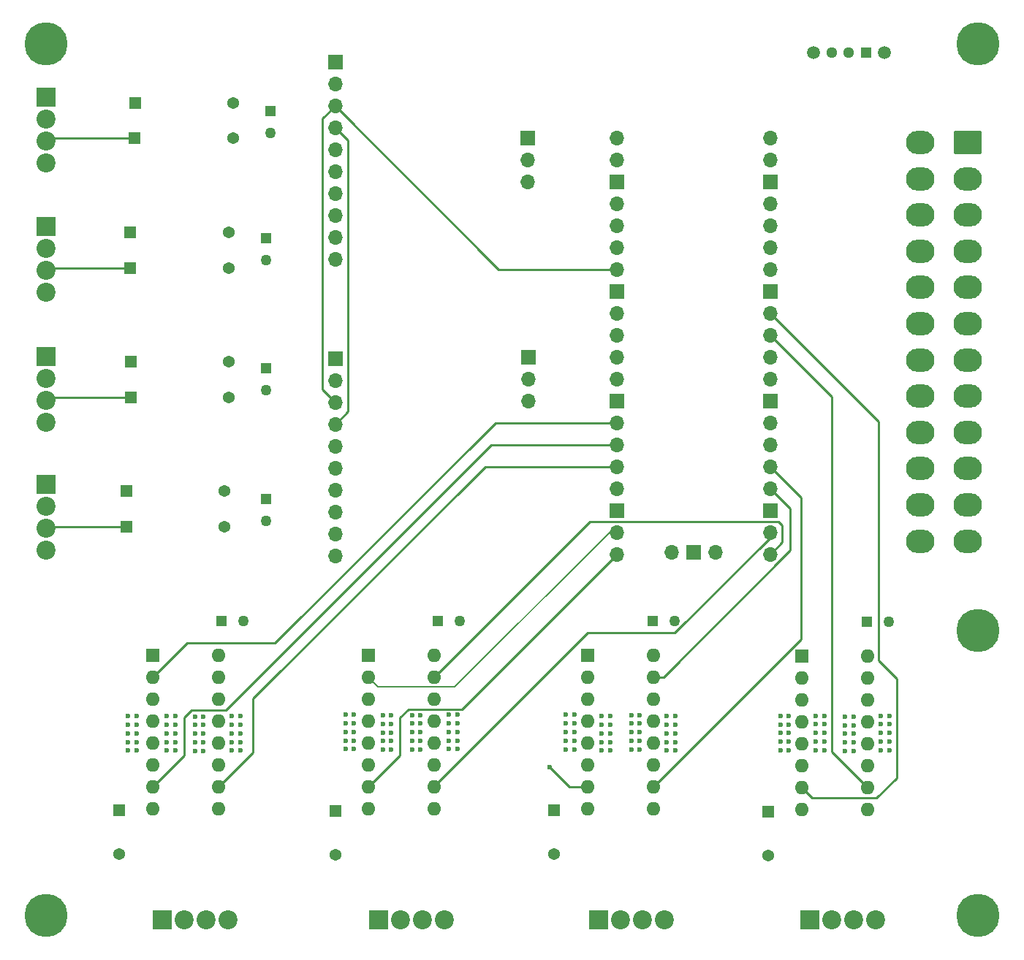
<source format=gbr>
%TF.GenerationSoftware,KiCad,Pcbnew,8.0.0*%
%TF.CreationDate,2024-10-25T13:51:21-05:00*%
%TF.ProjectId,ThorPBC2.0,54686f72-5042-4433-922e-302e6b696361,rev?*%
%TF.SameCoordinates,Original*%
%TF.FileFunction,Copper,L4,Bot*%
%TF.FilePolarity,Positive*%
%FSLAX46Y46*%
G04 Gerber Fmt 4.6, Leading zero omitted, Abs format (unit mm)*
G04 Created by KiCad (PCBNEW 8.0.0) date 2024-10-25 13:51:21*
%MOMM*%
%LPD*%
G01*
G04 APERTURE LIST*
G04 Aperture macros list*
%AMRoundRect*
0 Rectangle with rounded corners*
0 $1 Rounding radius*
0 $2 $3 $4 $5 $6 $7 $8 $9 X,Y pos of 4 corners*
0 Add a 4 corners polygon primitive as box body*
4,1,4,$2,$3,$4,$5,$6,$7,$8,$9,$2,$3,0*
0 Add four circle primitives for the rounded corners*
1,1,$1+$1,$2,$3*
1,1,$1+$1,$4,$5*
1,1,$1+$1,$6,$7*
1,1,$1+$1,$8,$9*
0 Add four rect primitives between the rounded corners*
20,1,$1+$1,$2,$3,$4,$5,0*
20,1,$1+$1,$4,$5,$6,$7,0*
20,1,$1+$1,$6,$7,$8,$9,0*
20,1,$1+$1,$8,$9,$2,$3,0*%
G04 Aperture macros list end*
%TA.AperFunction,ComponentPad*%
%ADD10RoundRect,0.250000X-1.400000X1.100000X-1.400000X-1.100000X1.400000X-1.100000X1.400000X1.100000X0*%
%TD*%
%TA.AperFunction,ComponentPad*%
%ADD11O,3.300000X2.700000*%
%TD*%
%TA.AperFunction,ComponentPad*%
%ADD12R,1.270000X1.270000*%
%TD*%
%TA.AperFunction,ComponentPad*%
%ADD13C,1.270000*%
%TD*%
%TA.AperFunction,ComponentPad*%
%ADD14R,1.700000X1.700000*%
%TD*%
%TA.AperFunction,ComponentPad*%
%ADD15O,1.700000X1.700000*%
%TD*%
%TA.AperFunction,ComponentPad*%
%ADD16R,2.200000X2.200000*%
%TD*%
%TA.AperFunction,ComponentPad*%
%ADD17C,2.200000*%
%TD*%
%TA.AperFunction,ComponentPad*%
%ADD18R,1.371600X1.371600*%
%TD*%
%TA.AperFunction,ComponentPad*%
%ADD19C,1.371600*%
%TD*%
%TA.AperFunction,ComponentPad*%
%ADD20R,1.600000X1.600000*%
%TD*%
%TA.AperFunction,ComponentPad*%
%ADD21O,1.600000X1.600000*%
%TD*%
%TA.AperFunction,ComponentPad*%
%ADD22C,2.900000*%
%TD*%
%TA.AperFunction,ConnectorPad*%
%ADD23C,5.000000*%
%TD*%
%TA.AperFunction,ComponentPad*%
%ADD24R,1.295400X1.295400*%
%TD*%
%TA.AperFunction,ComponentPad*%
%ADD25C,1.295400*%
%TD*%
%TA.AperFunction,ComponentPad*%
%ADD26C,1.498600*%
%TD*%
%TA.AperFunction,ViaPad*%
%ADD27C,0.600000*%
%TD*%
%TA.AperFunction,Conductor*%
%ADD28C,0.250000*%
%TD*%
%TA.AperFunction,Conductor*%
%ADD29C,0.200000*%
%TD*%
G04 APERTURE END LIST*
D10*
%TO.P,J6,1,+3.3V*%
%TO.N,unconnected-(J6-+3.3V-Pad1)*%
X163750000Y-77400000D03*
D11*
%TO.P,J6,2,+3.3V*%
%TO.N,unconnected-(J6-+3.3V-Pad1)_2*%
X163750000Y-81600000D03*
%TO.P,J6,3,GND*%
%TO.N,GND*%
X163750000Y-85800000D03*
%TO.P,J6,4,+5V*%
%TO.N,+5V*%
X163750000Y-90000000D03*
%TO.P,J6,5,GND*%
%TO.N,GND*%
X163750000Y-94200000D03*
%TO.P,J6,6,+5V*%
%TO.N,+5V*%
X163750000Y-98400000D03*
%TO.P,J6,7,GND*%
%TO.N,GND*%
X163750000Y-102600000D03*
%TO.P,J6,8,PWR_OK*%
%TO.N,unconnected-(J6-PWR_OK-Pad8)*%
X163750000Y-106800000D03*
%TO.P,J6,9,+5VSB*%
%TO.N,unconnected-(J6-+5VSB-Pad9)*%
X163750000Y-111000000D03*
%TO.P,J6,10,+12V*%
%TO.N,+12V*%
X163750000Y-115200000D03*
%TO.P,J6,11,+12V*%
X163750000Y-119400000D03*
%TO.P,J6,12,+3.3V*%
%TO.N,unconnected-(J6-+3.3V-Pad1)_0*%
X163750000Y-123600000D03*
%TO.P,J6,13,+3.3V*%
%TO.N,unconnected-(J6-+3.3V-Pad1)_1*%
X158250000Y-77400000D03*
%TO.P,J6,14,-12V*%
%TO.N,unconnected-(J6--12V-Pad14)*%
X158250000Y-81600000D03*
%TO.P,J6,15,GND*%
%TO.N,GND*%
X158250000Y-85800000D03*
%TO.P,J6,16,PS_ON#*%
%TO.N,Net-(J6-PS_ON#)*%
X158250000Y-90000000D03*
%TO.P,J6,17,GND*%
%TO.N,GND*%
X158250000Y-94200000D03*
%TO.P,J6,18,GND*%
X158250000Y-98400000D03*
%TO.P,J6,19,GND*%
X158250000Y-102600000D03*
%TO.P,J6,20,NC*%
%TO.N,unconnected-(J6-NC-Pad20)*%
X158250000Y-106800000D03*
%TO.P,J6,21,+5V*%
%TO.N,+5V*%
X158250000Y-111000000D03*
%TO.P,J6,22,+5V*%
X158250000Y-115200000D03*
%TO.P,J6,23,+5V*%
X158250000Y-119400000D03*
%TO.P,J6,24,GND*%
%TO.N,GND*%
X158250000Y-123600000D03*
%TD*%
D12*
%TO.P,C2,1*%
%TO.N,/Loadcell_ADCs/2_A3*%
X82500000Y-88540000D03*
D13*
%TO.P,C2,2*%
%TO.N,/Loadcell_ADCs/2_A4*%
X82500000Y-91080000D03*
%TD*%
D14*
%TO.P,J7,1,Pin_1*%
%TO.N,/UART0_TX*%
X112818735Y-76880534D03*
D15*
%TO.P,J7,2,Pin_2*%
%TO.N,/UART0_RX*%
X112818735Y-79420534D03*
%TO.P,J7,3,Pin_3*%
%TO.N,GND*%
X112818735Y-81960534D03*
%TD*%
D16*
%TO.P,J12,1,Pin_1*%
%TO.N,+5V*%
X57000000Y-102185000D03*
D17*
%TO.P,J12,2,Pin_2*%
%TO.N,GND*%
X57000000Y-104725000D03*
%TO.P,J12,3,Pin_3*%
%TO.N,/Loadcell_ADCs/-LoadCell3*%
X57000000Y-107265000D03*
%TO.P,J12,4,Pin_4*%
%TO.N,/Loadcell_ADCs/+LoadCell3*%
X57000000Y-109805000D03*
%TD*%
D18*
%TO.P,R2,1*%
%TO.N,/Loadcell_ADCs/-LoadCell1*%
X67246000Y-76869400D03*
D19*
%TO.P,R2,2*%
%TO.N,/Loadcell_ADCs/2_A2*%
X78650600Y-76869400D03*
%TD*%
D18*
%TO.P,C11,1*%
%TO.N,+12V*%
X90500000Y-154880000D03*
D19*
%TO.P,C11,2*%
%TO.N,GND*%
X90500000Y-159960000D03*
%TD*%
D12*
%TO.P,C5,1*%
%TO.N,+5V*%
X77365000Y-132880000D03*
D13*
%TO.P,C5,2*%
%TO.N,GND*%
X79905000Y-132880000D03*
%TD*%
D18*
%TO.P,R5,1*%
%TO.N,/Loadcell_ADCs/+LoadCell3*%
X66797700Y-102800000D03*
D19*
%TO.P,R5,2*%
%TO.N,/Loadcell_ADCs/1_A1*%
X78202300Y-102800000D03*
%TD*%
D12*
%TO.P,C4,1*%
%TO.N,/Loadcell_ADCs/1_A3*%
X82500000Y-118689600D03*
D13*
%TO.P,C4,2*%
%TO.N,/Loadcell_ADCs/1_A4*%
X82500000Y-121229600D03*
%TD*%
D12*
%TO.P,C7,1*%
%TO.N,+5V*%
X102365000Y-132880000D03*
D13*
%TO.P,C7,2*%
%TO.N,GND*%
X104905000Y-132880000D03*
%TD*%
D20*
%TO.P,U5,1,EN1\u002C2*%
%TO.N,+5V*%
X119760000Y-136840000D03*
D21*
%TO.P,U5,2,1A*%
%TO.N,/31A*%
X119760000Y-139380000D03*
%TO.P,U5,3,1Y*%
%TO.N,Net-(M3--)*%
X119760000Y-141920000D03*
%TO.P,U5,4,GND*%
%TO.N,GND*%
X119760000Y-144460000D03*
%TO.P,U5,5,GND*%
X119760000Y-147000000D03*
%TO.P,U5,6,2Y*%
%TO.N,Net-(U5-2Y)*%
X119760000Y-149540000D03*
%TO.P,U5,7,2A*%
%TO.N,/32A*%
X119760000Y-152080000D03*
%TO.P,U5,8,VCC2*%
%TO.N,+12V*%
X119760000Y-154620000D03*
%TO.P,U5,9,EN3\u002C4*%
%TO.N,+5V*%
X127380000Y-154620000D03*
%TO.P,U5,10,3A*%
%TO.N,/33A*%
X127380000Y-152080000D03*
%TO.P,U5,11,3Y*%
%TO.N,Net-(U5-3Y)*%
X127380000Y-149540000D03*
%TO.P,U5,12,GND*%
%TO.N,GND*%
X127380000Y-147000000D03*
%TO.P,U5,13,GND*%
X127380000Y-144460000D03*
%TO.P,U5,14,4Y*%
%TO.N,Net-(U5-4Y)*%
X127380000Y-141920000D03*
%TO.P,U5,15,4A*%
%TO.N,/34A*%
X127380000Y-139380000D03*
%TO.P,U5,16,VCC1*%
%TO.N,+5V*%
X127380000Y-136840000D03*
%TD*%
D18*
%TO.P,R4,1*%
%TO.N,/Loadcell_ADCs/-LoadCell2*%
X66746000Y-91949600D03*
D19*
%TO.P,R4,2*%
%TO.N,/Loadcell_ADCs/2_A4*%
X78150600Y-91949600D03*
%TD*%
D14*
%TO.P,J9,1,Pin_1*%
%TO.N,+5V*%
X90500000Y-102460000D03*
D15*
%TO.P,J9,2,Pin_2*%
%TO.N,GND*%
X90500000Y-105000000D03*
%TO.P,J9,3,Pin_3*%
%TO.N,/SCL*%
X90500000Y-107540000D03*
%TO.P,J9,4,Pin_4*%
%TO.N,/SDA*%
X90500000Y-110080000D03*
%TO.P,J9,5,Pin_5*%
%TO.N,+5V*%
X90500000Y-112620000D03*
%TO.P,J9,6,Pin_6*%
%TO.N,unconnected-(J9-Pin_6-Pad6)*%
X90500000Y-115160000D03*
%TO.P,J9,7,Pin_7*%
%TO.N,/Loadcell_ADCs/1_A1*%
X90500000Y-117700000D03*
%TO.P,J9,8,Pin_8*%
%TO.N,/Loadcell_ADCs/1_A2*%
X90500000Y-120240000D03*
%TO.P,J9,9,Pin_9*%
%TO.N,/Loadcell_ADCs/1_A3*%
X90500000Y-122780000D03*
%TO.P,J9,10,Pin_10*%
%TO.N,/Loadcell_ADCs/1_A4*%
X90500000Y-125320000D03*
%TD*%
D18*
%TO.P,R6,1*%
%TO.N,/Loadcell_ADCs/-LoadCell3*%
X66797700Y-106949600D03*
D19*
%TO.P,R6,2*%
%TO.N,/Loadcell_ADCs/1_A2*%
X78202300Y-106949600D03*
%TD*%
D16*
%TO.P,J10,1,Pin_1*%
%TO.N,+5V*%
X57000000Y-72185000D03*
D17*
%TO.P,J10,2,Pin_2*%
%TO.N,GND*%
X57000000Y-74725000D03*
%TO.P,J10,3,Pin_3*%
%TO.N,/Loadcell_ADCs/-LoadCell1*%
X57000000Y-77265000D03*
%TO.P,J10,4,Pin_4*%
%TO.N,/Loadcell_ADCs/+LoadCell1*%
X57000000Y-79805000D03*
%TD*%
D12*
%TO.P,C1,1*%
%TO.N,/Loadcell_ADCs/2_A1*%
X83000000Y-73760000D03*
D13*
%TO.P,C1,2*%
%TO.N,/Loadcell_ADCs/2_A2*%
X83000000Y-76300000D03*
%TD*%
D16*
%TO.P,M4,1*%
%TO.N,Net-(U6-2Y)*%
X145500000Y-167500000D03*
D17*
%TO.P,M4,2,-*%
%TO.N,Net-(M4--)*%
X148040000Y-167500000D03*
%TO.P,M4,3*%
%TO.N,Net-(U6-3Y)*%
X150580000Y-167500000D03*
%TO.P,M4,4*%
%TO.N,Net-(U6-4Y)*%
X153120000Y-167500000D03*
%TD*%
D18*
%TO.P,R7,1*%
%TO.N,/Loadcell_ADCs/+LoadCell4*%
X66297700Y-117800000D03*
D19*
%TO.P,R7,2*%
%TO.N,/Loadcell_ADCs/1_A3*%
X77702300Y-117800000D03*
%TD*%
D12*
%TO.P,C9,1*%
%TO.N,+5V*%
X152065000Y-132935000D03*
D13*
%TO.P,C9,2*%
%TO.N,GND*%
X154605000Y-132935000D03*
%TD*%
D22*
%TO.P,REF\u002A\u002A,1*%
%TO.N,N/C*%
X57000000Y-167000000D03*
D23*
X57000000Y-167000000D03*
%TD*%
D20*
%TO.P,U3,1,EN1\u002C2*%
%TO.N,+5V*%
X69380000Y-136840000D03*
D21*
%TO.P,U3,2,1A*%
%TO.N,/11A*%
X69380000Y-139380000D03*
%TO.P,U3,3,1Y*%
%TO.N,Net-(M1--)*%
X69380000Y-141920000D03*
%TO.P,U3,4,GND*%
%TO.N,GND*%
X69380000Y-144460000D03*
%TO.P,U3,5,GND*%
X69380000Y-147000000D03*
%TO.P,U3,6,2Y*%
%TO.N,Net-(U3-2Y)*%
X69380000Y-149540000D03*
%TO.P,U3,7,2A*%
%TO.N,/12A*%
X69380000Y-152080000D03*
%TO.P,U3,8,VCC2*%
%TO.N,+12V*%
X69380000Y-154620000D03*
%TO.P,U3,9,EN3\u002C4*%
%TO.N,+5V*%
X77000000Y-154620000D03*
%TO.P,U3,10,3A*%
%TO.N,/13A*%
X77000000Y-152080000D03*
%TO.P,U3,11,3Y*%
%TO.N,Net-(U3-3Y)*%
X77000000Y-149540000D03*
%TO.P,U3,12,GND*%
%TO.N,GND*%
X77000000Y-147000000D03*
%TO.P,U3,13,GND*%
X77000000Y-144460000D03*
%TO.P,U3,14,4Y*%
%TO.N,Net-(U3-4Y)*%
X77000000Y-141920000D03*
%TO.P,U3,15,4A*%
%TO.N,/14A*%
X77000000Y-139380000D03*
%TO.P,U3,16,VCC1*%
%TO.N,+5V*%
X77000000Y-136840000D03*
%TD*%
D18*
%TO.P,C10,1*%
%TO.N,+12V*%
X65500000Y-154809900D03*
D19*
%TO.P,C10,2*%
%TO.N,GND*%
X65500000Y-159889900D03*
%TD*%
D22*
%TO.P,REF\u002A\u002A,1*%
%TO.N,N/C*%
X165000000Y-134000000D03*
D23*
X165000000Y-134000000D03*
%TD*%
D18*
%TO.P,C12,1*%
%TO.N,+12V*%
X115880000Y-154809900D03*
D19*
%TO.P,C12,2*%
%TO.N,GND*%
X115880000Y-159889900D03*
%TD*%
D16*
%TO.P,J13,1,Pin_1*%
%TO.N,+5V*%
X57000000Y-117000000D03*
D17*
%TO.P,J13,2,Pin_2*%
%TO.N,GND*%
X57000000Y-119540000D03*
%TO.P,J13,3,Pin_3*%
%TO.N,/Loadcell_ADCs/-LoadCell4*%
X57000000Y-122080000D03*
%TO.P,J13,4,Pin_4*%
%TO.N,/Loadcell_ADCs/+LoadCell4*%
X57000000Y-124620000D03*
%TD*%
D12*
%TO.P,C8,1*%
%TO.N,+5V*%
X127245000Y-132880000D03*
D13*
%TO.P,C8,2*%
%TO.N,GND*%
X129785000Y-132880000D03*
%TD*%
D16*
%TO.P,M2,1*%
%TO.N,Net-(U4-2Y)*%
X95500000Y-167500000D03*
D17*
%TO.P,M2,2,-*%
%TO.N,Net-(M2--)*%
X98040000Y-167500000D03*
%TO.P,M2,3*%
%TO.N,Net-(U4-3Y)*%
X100580000Y-167500000D03*
%TO.P,M2,4*%
%TO.N,Net-(U4-4Y)*%
X103120000Y-167500000D03*
%TD*%
D20*
%TO.P,U6,1,EN1\u002C2*%
%TO.N,+5V*%
X144580000Y-136965000D03*
D21*
%TO.P,U6,2,1A*%
%TO.N,/41A*%
X144580000Y-139505000D03*
%TO.P,U6,3,1Y*%
%TO.N,Net-(M4--)*%
X144580000Y-142045000D03*
%TO.P,U6,4,GND*%
%TO.N,GND*%
X144580000Y-144585000D03*
%TO.P,U6,5,GND*%
X144580000Y-147125000D03*
%TO.P,U6,6,2Y*%
%TO.N,Net-(U6-2Y)*%
X144580000Y-149665000D03*
%TO.P,U6,7,2A*%
%TO.N,/42A*%
X144580000Y-152205000D03*
%TO.P,U6,8,VCC2*%
%TO.N,+12V*%
X144580000Y-154745000D03*
%TO.P,U6,9,EN3\u002C4*%
%TO.N,+5V*%
X152200000Y-154745000D03*
%TO.P,U6,10,3A*%
%TO.N,/43A*%
X152200000Y-152205000D03*
%TO.P,U6,11,3Y*%
%TO.N,Net-(U6-3Y)*%
X152200000Y-149665000D03*
%TO.P,U6,12,GND*%
%TO.N,GND*%
X152200000Y-147125000D03*
%TO.P,U6,13,GND*%
X152200000Y-144585000D03*
%TO.P,U6,14,4Y*%
%TO.N,Net-(U6-4Y)*%
X152200000Y-142045000D03*
%TO.P,U6,15,4A*%
%TO.N,/44A*%
X152200000Y-139505000D03*
%TO.P,U6,16,VCC1*%
%TO.N,+5V*%
X152200000Y-136965000D03*
%TD*%
D20*
%TO.P,U4,1,EN1\u002C2*%
%TO.N,+5V*%
X94380000Y-136840000D03*
D21*
%TO.P,U4,2,1A*%
%TO.N,/21A*%
X94380000Y-139380000D03*
%TO.P,U4,3,1Y*%
%TO.N,Net-(M2--)*%
X94380000Y-141920000D03*
%TO.P,U4,4,GND*%
%TO.N,GND*%
X94380000Y-144460000D03*
%TO.P,U4,5,GND*%
X94380000Y-147000000D03*
%TO.P,U4,6,2Y*%
%TO.N,Net-(U4-2Y)*%
X94380000Y-149540000D03*
%TO.P,U4,7,2A*%
%TO.N,/22A*%
X94380000Y-152080000D03*
%TO.P,U4,8,VCC2*%
%TO.N,+12V*%
X94380000Y-154620000D03*
%TO.P,U4,9,EN3\u002C4*%
%TO.N,+5V*%
X102000000Y-154620000D03*
%TO.P,U4,10,3A*%
%TO.N,/23A*%
X102000000Y-152080000D03*
%TO.P,U4,11,3Y*%
%TO.N,Net-(U4-3Y)*%
X102000000Y-149540000D03*
%TO.P,U4,12,GND*%
%TO.N,GND*%
X102000000Y-147000000D03*
%TO.P,U4,13,GND*%
X102000000Y-144460000D03*
%TO.P,U4,14,4Y*%
%TO.N,Net-(U4-4Y)*%
X102000000Y-141920000D03*
%TO.P,U4,15,4A*%
%TO.N,/24A*%
X102000000Y-139380000D03*
%TO.P,U4,16,VCC1*%
%TO.N,+5V*%
X102000000Y-136840000D03*
%TD*%
D22*
%TO.P,REF\u002A\u002A,1*%
%TO.N,N/C*%
X57000000Y-66000000D03*
D23*
X57000000Y-66000000D03*
%TD*%
D22*
%TO.P,REF\u002A\u002A,1*%
%TO.N,N/C*%
X165000000Y-66000000D03*
D23*
X165000000Y-66000000D03*
%TD*%
D18*
%TO.P,R3,1*%
%TO.N,/Loadcell_ADCs/+LoadCell2*%
X66746000Y-87800000D03*
D19*
%TO.P,R3,2*%
%TO.N,/Loadcell_ADCs/2_A3*%
X78150600Y-87800000D03*
%TD*%
D22*
%TO.P,REF\u002A\u002A,1*%
%TO.N,N/C*%
X165000000Y-167000000D03*
D23*
X165000000Y-167000000D03*
%TD*%
D14*
%TO.P,J8,1,Pin_1*%
%TO.N,+5V*%
X90500000Y-68080000D03*
D15*
%TO.P,J8,2,Pin_2*%
%TO.N,GND*%
X90500000Y-70620000D03*
%TO.P,J8,3,Pin_3*%
%TO.N,/SCL*%
X90500000Y-73160000D03*
%TO.P,J8,4,Pin_4*%
%TO.N,/SDA*%
X90500000Y-75700000D03*
%TO.P,J8,5,Pin_5*%
%TO.N,GND*%
X90500000Y-78240000D03*
%TO.P,J8,6,Pin_6*%
%TO.N,unconnected-(J8-Pin_6-Pad6)*%
X90500000Y-80780000D03*
%TO.P,J8,7,Pin_7*%
%TO.N,/Loadcell_ADCs/2_A1*%
X90500000Y-83320000D03*
%TO.P,J8,8,Pin_8*%
%TO.N,/Loadcell_ADCs/2_A2*%
X90500000Y-85860000D03*
%TO.P,J8,9,Pin_9*%
%TO.N,/Loadcell_ADCs/2_A3*%
X90500000Y-88400000D03*
%TO.P,J8,10,Pin_10*%
%TO.N,/Loadcell_ADCs/2_A4*%
X90500000Y-90940000D03*
%TD*%
D14*
%TO.P,J5,1,Pin_1*%
%TO.N,/UART1_TX*%
X112878319Y-102270418D03*
D15*
%TO.P,J5,2,Pin_2*%
%TO.N,/UART1_RX*%
X112878319Y-104810418D03*
%TO.P,J5,3,Pin_3*%
%TO.N,GND*%
X112878319Y-107350418D03*
%TD*%
D18*
%TO.P,R8,1*%
%TO.N,/Loadcell_ADCs/-LoadCell4*%
X66297700Y-121949600D03*
D19*
%TO.P,R8,2*%
%TO.N,/Loadcell_ADCs/1_A4*%
X77702300Y-121949600D03*
%TD*%
D16*
%TO.P,M1,1*%
%TO.N,Net-(U3-2Y)*%
X70500000Y-167500000D03*
D17*
%TO.P,M1,2,-*%
%TO.N,Net-(M1--)*%
X73040000Y-167500000D03*
%TO.P,M1,3*%
%TO.N,Net-(U3-3Y)*%
X75580000Y-167500000D03*
%TO.P,M1,4*%
%TO.N,Net-(U3-4Y)*%
X78120000Y-167500000D03*
%TD*%
D18*
%TO.P,R1,1*%
%TO.N,/Loadcell_ADCs/+LoadCell1*%
X67297700Y-72800000D03*
D19*
%TO.P,R1,2*%
%TO.N,/Loadcell_ADCs/2_A1*%
X78702300Y-72800000D03*
%TD*%
D16*
%TO.P,J11,1,Pin_1*%
%TO.N,+5V*%
X57000000Y-87185000D03*
D17*
%TO.P,J11,2,Pin_2*%
%TO.N,GND*%
X57000000Y-89725000D03*
%TO.P,J11,3,Pin_3*%
%TO.N,/Loadcell_ADCs/-LoadCell2*%
X57000000Y-92265000D03*
%TO.P,J11,4,Pin_4*%
%TO.N,/Loadcell_ADCs/+LoadCell2*%
X57000000Y-94805000D03*
%TD*%
D12*
%TO.P,C3,1*%
%TO.N,/Loadcell_ADCs/1_A1*%
X82500000Y-103580000D03*
D13*
%TO.P,C3,2*%
%TO.N,/Loadcell_ADCs/1_A2*%
X82500000Y-106120000D03*
%TD*%
D24*
%TO.P,SW1,1,1*%
%TO.N,Net-(J6-PS_ON#)*%
X151999999Y-66999999D03*
D25*
%TO.P,SW1,2,2*%
%TO.N,GND*%
X149999999Y-66999999D03*
%TO.P,SW1,3,3*%
%TO.N,unconnected-(SW1-Pad3)*%
X147999998Y-66999999D03*
D26*
%TO.P,SW1,4*%
%TO.N,N/C*%
X154100000Y-66999999D03*
%TO.P,SW1,5*%
X145899999Y-66999999D03*
%TD*%
D15*
%TO.P,U7,1,GPIO0*%
%TO.N,/UART0_TX*%
X123110000Y-76870000D03*
%TO.P,U7,2,GPIO1*%
%TO.N,/UART0_RX*%
X123110000Y-79410000D03*
D14*
%TO.P,U7,3,GND*%
%TO.N,GND*%
X123110000Y-81950000D03*
D15*
%TO.P,U7,4,GPIO2*%
%TO.N,unconnected-(U7-GPIO2-Pad4)*%
X123110000Y-84490000D03*
%TO.P,U7,5,GPIO3*%
%TO.N,unconnected-(U7-GPIO3-Pad5)_0*%
X123110000Y-87030000D03*
%TO.P,U7,6,GPIO4*%
%TO.N,/SDA*%
X123110000Y-89570000D03*
%TO.P,U7,7,GPIO5*%
%TO.N,/SCL*%
X123110000Y-92110000D03*
D14*
%TO.P,U7,8,GND*%
%TO.N,GND*%
X123110000Y-94650000D03*
D15*
%TO.P,U7,9,GPIO6*%
%TO.N,unconnected-(U7-GPIO6-Pad9)*%
X123110000Y-97190000D03*
%TO.P,U7,10,GPIO7*%
%TO.N,unconnected-(U7-GPIO7-Pad10)*%
X123110000Y-99730000D03*
%TO.P,U7,11,GPIO8*%
%TO.N,/UART1_TX*%
X123110000Y-102270000D03*
%TO.P,U7,12,GPIO9*%
%TO.N,/UART1_RX*%
X123110000Y-104810000D03*
D14*
%TO.P,U7,13,GND*%
%TO.N,GND*%
X123110000Y-107350000D03*
D15*
%TO.P,U7,14,GPIO10*%
%TO.N,/11A*%
X123110000Y-109890000D03*
%TO.P,U7,15,GPIO11*%
%TO.N,/12A*%
X123110000Y-112430000D03*
%TO.P,U7,16,GPIO12*%
%TO.N,/13A*%
X123110000Y-114970000D03*
%TO.P,U7,17,GPIO13*%
%TO.N,/14A*%
X123110000Y-117510000D03*
D14*
%TO.P,U7,18,GND*%
%TO.N,GND*%
X123110000Y-120050000D03*
D15*
%TO.P,U7,19,GPIO14*%
%TO.N,/21A*%
X123110000Y-122590000D03*
%TO.P,U7,20,GPIO15*%
%TO.N,/22A*%
X123110000Y-125130000D03*
%TO.P,U7,21,GPIO16*%
%TO.N,/24A*%
X140890000Y-125130000D03*
%TO.P,U7,22,GPIO17*%
%TO.N,/23A*%
X140890000Y-122590000D03*
D14*
%TO.P,U7,23,GND*%
%TO.N,GND*%
X140890000Y-120050000D03*
D15*
%TO.P,U7,24,GPIO18*%
%TO.N,/34A*%
X140890000Y-117510000D03*
%TO.P,U7,25,GPIO19*%
%TO.N,/33A*%
X140890000Y-114970000D03*
%TO.P,U7,26,GPIO20*%
%TO.N,/32A*%
X140890000Y-112430000D03*
%TO.P,U7,27,GPIO21*%
%TO.N,/31A*%
X140890000Y-109890000D03*
D14*
%TO.P,U7,28,GND*%
%TO.N,GND*%
X140890000Y-107350000D03*
D15*
%TO.P,U7,29,GPIO22*%
%TO.N,/44A*%
X140890000Y-104810000D03*
%TO.P,U7,30,RUN*%
%TO.N,unconnected-(U7-RUN-Pad30)_0*%
X140890000Y-102270000D03*
%TO.P,U7,31,GPIO26_ADC0*%
%TO.N,/43A*%
X140890000Y-99730000D03*
%TO.P,U7,32,GPIO27_ADC1*%
%TO.N,/42A*%
X140890000Y-97190000D03*
D14*
%TO.P,U7,33,AGND*%
%TO.N,unconnected-(U7-AGND-Pad33)_0*%
X140890000Y-94650000D03*
D15*
%TO.P,U7,34,GPIO28_ADC2*%
%TO.N,/41A*%
X140890000Y-92110000D03*
%TO.P,U7,35,ADC_VREF*%
%TO.N,unconnected-(U7-ADC_VREF-Pad35)_0*%
X140890000Y-89570000D03*
%TO.P,U7,36,3V3*%
%TO.N,unconnected-(U7-3V3-Pad36)_0*%
X140890000Y-87030000D03*
%TO.P,U7,37,3V3_EN*%
%TO.N,unconnected-(U7-3V3_EN-Pad37)_0*%
X140890000Y-84490000D03*
D14*
%TO.P,U7,38,GND*%
%TO.N,GND*%
X140890000Y-81950000D03*
D15*
%TO.P,U7,39,VSYS*%
%TO.N,+5V*%
X140890000Y-79410000D03*
%TO.P,U7,40,VBUS*%
%TO.N,unconnected-(U7-VBUS-Pad40)_0*%
X140890000Y-76870000D03*
%TO.P,U7,41,SWCLK*%
%TO.N,unconnected-(U7-SWCLK-Pad41)_0*%
X129460000Y-124900000D03*
D14*
%TO.P,U7,42,GND*%
%TO.N,unconnected-(U7-GND-Pad42)*%
X132000000Y-124900000D03*
D15*
%TO.P,U7,43,SWDIO*%
%TO.N,unconnected-(U7-SWDIO-Pad43)_0*%
X134540000Y-124900000D03*
%TD*%
D16*
%TO.P,M3,1*%
%TO.N,Net-(U5-2Y)*%
X121000000Y-167500000D03*
D17*
%TO.P,M3,2,-*%
%TO.N,Net-(M3--)*%
X123540000Y-167500000D03*
%TO.P,M3,3*%
%TO.N,Net-(U5-3Y)*%
X126080000Y-167500000D03*
%TO.P,M3,4*%
%TO.N,Net-(U5-4Y)*%
X128620000Y-167500000D03*
%TD*%
D18*
%TO.P,C13,1*%
%TO.N,+12V*%
X140700000Y-154934900D03*
D19*
%TO.P,C13,2*%
%TO.N,GND*%
X140700000Y-160014900D03*
%TD*%
D27*
%TO.N,GND*%
X92680000Y-144715000D03*
X91680000Y-147715000D03*
X103680000Y-147715000D03*
X147200000Y-145840000D03*
X150537354Y-147945215D03*
X100387937Y-143747647D03*
X66500000Y-146880000D03*
X154700000Y-147840000D03*
X67500000Y-143880000D03*
X96001105Y-145788600D03*
X129880000Y-143880000D03*
X97001105Y-143788600D03*
X97001105Y-145788600D03*
X122380000Y-147880000D03*
X100387937Y-146747647D03*
X67500000Y-147880000D03*
X117195348Y-146744907D03*
X124785096Y-147752446D03*
X153700000Y-147840000D03*
X96001105Y-147788600D03*
X153700000Y-143840000D03*
X91680000Y-145715000D03*
X143057952Y-144861445D03*
X146200000Y-147840000D03*
X78500000Y-146880000D03*
X121380000Y-146880000D03*
X100387937Y-147747647D03*
X100387937Y-145747647D03*
X122380000Y-143880000D03*
X118195348Y-146744907D03*
X118195348Y-147744907D03*
X150537354Y-144945215D03*
X72000000Y-147880000D03*
X75242943Y-144925291D03*
X128880000Y-146880000D03*
X67500000Y-145880000D03*
X125785096Y-147752446D03*
X66500000Y-147880000D03*
X154700000Y-146840000D03*
X72000000Y-145880000D03*
X129880000Y-144880000D03*
X129880000Y-145880000D03*
X118195348Y-143744907D03*
X79500000Y-146880000D03*
X154700000Y-143840000D03*
X146200000Y-144840000D03*
X97001105Y-144788600D03*
X147200000Y-146840000D03*
X96001105Y-144788600D03*
X142057952Y-146861445D03*
X66500000Y-143880000D03*
X99387937Y-145747647D03*
X99387937Y-143747647D03*
X78500000Y-143880000D03*
X100387937Y-144747647D03*
X71000000Y-143880000D03*
X71000000Y-146880000D03*
X142057952Y-144861445D03*
X143057952Y-146861445D03*
X143057952Y-143861445D03*
X79500000Y-147880000D03*
X99387937Y-144747647D03*
X104680000Y-147715000D03*
X128880000Y-144880000D03*
X150537354Y-145945215D03*
X153700000Y-145840000D03*
X146200000Y-143840000D03*
X99387937Y-146747647D03*
X150537354Y-146945215D03*
X149537354Y-145945215D03*
X79500000Y-144880000D03*
X75242943Y-146925291D03*
X125785096Y-146752446D03*
X91680000Y-144715000D03*
X147200000Y-143840000D03*
X153700000Y-146840000D03*
X92680000Y-146715000D03*
X78500000Y-147880000D03*
X124785096Y-145752446D03*
X96001105Y-143788600D03*
X91680000Y-146715000D03*
X117195348Y-144744907D03*
X97001105Y-147788600D03*
X153700000Y-144840000D03*
X146200000Y-146840000D03*
X149537354Y-146945215D03*
X124785096Y-143752446D03*
X104680000Y-144715000D03*
X74242943Y-143925291D03*
X146200000Y-145840000D03*
X96001105Y-146788600D03*
X147200000Y-147840000D03*
X124785096Y-146752446D03*
X97001105Y-146788600D03*
X121380000Y-145880000D03*
X118195348Y-144744907D03*
X71000000Y-147880000D03*
X71000000Y-144880000D03*
X99387937Y-147747647D03*
X104680000Y-143715000D03*
X79500000Y-143880000D03*
X103680000Y-144715000D03*
X92680000Y-143715000D03*
X129880000Y-147880000D03*
X129880000Y-146880000D03*
X72000000Y-143880000D03*
X122380000Y-145880000D03*
X79500000Y-145880000D03*
X74242943Y-146925291D03*
X149537354Y-144945215D03*
X142057952Y-145861445D03*
X121380000Y-147880000D03*
X125785096Y-143752446D03*
X66500000Y-144880000D03*
X67500000Y-144880000D03*
X67500000Y-146880000D03*
X92680000Y-147715000D03*
X143057952Y-145861445D03*
X74242943Y-145925291D03*
X103680000Y-146715000D03*
X128880000Y-143880000D03*
X121380000Y-143880000D03*
X66500000Y-145880000D03*
X104680000Y-146715000D03*
X122380000Y-146880000D03*
X103680000Y-145715000D03*
X125785096Y-145752446D03*
X125785096Y-144752446D03*
X74242943Y-144925291D03*
X150537354Y-143945215D03*
X128880000Y-147880000D03*
X72000000Y-144880000D03*
X74242943Y-147925291D03*
X149537354Y-143945215D03*
X91680000Y-143715000D03*
X78500000Y-144880000D03*
X154700000Y-144840000D03*
X128880000Y-145880000D03*
X142057952Y-143861445D03*
X72000000Y-146880000D03*
X121380000Y-144880000D03*
X124785096Y-144752446D03*
X75242943Y-147925291D03*
X154700000Y-145840000D03*
X143057952Y-147861445D03*
X92680000Y-145715000D03*
X75242943Y-145925291D03*
X78500000Y-145880000D03*
X149537354Y-147945215D03*
X71000000Y-145880000D03*
X117195348Y-143744907D03*
X75242943Y-143925291D03*
X104680000Y-145715000D03*
X117195348Y-147744907D03*
X118195348Y-145744907D03*
X147200000Y-144840000D03*
X142057952Y-147861445D03*
X117195348Y-145744907D03*
X122380000Y-144880000D03*
X103680000Y-143715000D03*
%TO.N,/32A*%
X115375819Y-149810492D03*
%TD*%
D28*
%TO.N,/SCL*%
X90500000Y-73160000D02*
X109450000Y-92110000D01*
X109450000Y-92110000D02*
X123110000Y-92110000D01*
X89009755Y-106049755D02*
X89009755Y-74650245D01*
X90500000Y-107540000D02*
X89009755Y-106049755D01*
X89009755Y-74650245D02*
X90500000Y-73160000D01*
%TO.N,/SDA*%
X91985409Y-108594591D02*
X91985409Y-77185409D01*
X91985409Y-77185409D02*
X90500000Y-75700000D01*
X90500000Y-110080000D02*
X91985409Y-108594591D01*
%TO.N,/Loadcell_ADCs/-LoadCell1*%
X67246000Y-76869400D02*
X57395600Y-76869400D01*
D29*
X57395600Y-76869400D02*
X57000000Y-77265000D01*
D28*
%TO.N,/Loadcell_ADCs/-LoadCell2*%
X66746000Y-91949600D02*
X57315400Y-91949600D01*
D29*
X57315400Y-91949600D02*
X57000000Y-92265000D01*
D28*
%TO.N,/Loadcell_ADCs/-LoadCell3*%
X66797700Y-106949600D02*
X57315400Y-106949600D01*
D29*
X57315400Y-106949600D02*
X57000000Y-107265000D01*
D28*
%TO.N,/Loadcell_ADCs/-LoadCell4*%
X66297700Y-121949600D02*
X57130400Y-121949600D01*
D29*
X57130400Y-121949600D02*
X57000000Y-122080000D01*
D28*
%TO.N,/12A*%
X73000000Y-148460000D02*
X69380000Y-152080000D01*
X73893079Y-143181819D02*
X73000000Y-144074898D01*
X77818181Y-143181819D02*
X73893079Y-143181819D01*
X123110000Y-112430000D02*
X108570000Y-112430000D01*
X108570000Y-112430000D02*
X77818181Y-143181819D01*
X73000000Y-144074898D02*
X73000000Y-148460000D01*
%TO.N,/13A*%
X123110000Y-114970000D02*
X107877532Y-114970000D01*
X81000000Y-148080000D02*
X77000000Y-152080000D01*
X107877532Y-114970000D02*
X81000000Y-141847532D01*
X81000000Y-141847532D02*
X81000000Y-148080000D01*
%TO.N,/11A*%
X109044189Y-109890000D02*
X83525638Y-135408551D01*
X123110000Y-109890000D02*
X109044189Y-109890000D01*
X73351449Y-135408551D02*
X69380000Y-139380000D01*
X83525638Y-135408551D02*
X73351449Y-135408551D01*
%TO.N,/24A*%
X140890000Y-125130000D02*
X142293752Y-123726248D01*
X141844162Y-121344162D02*
X120035838Y-121344162D01*
X120035838Y-121344162D02*
X102000000Y-139380000D01*
X142293752Y-121793752D02*
X141844162Y-121344162D01*
X142293752Y-123726248D02*
X142293752Y-121793752D01*
%TO.N,/22A*%
X98000000Y-144046471D02*
X98000000Y-148460000D01*
X98978488Y-143067983D02*
X98000000Y-144046471D01*
X123110000Y-125130000D02*
X105172017Y-143067983D01*
X105172017Y-143067983D02*
X98978488Y-143067983D01*
X98000000Y-148460000D02*
X94380000Y-152080000D01*
%TO.N,/23A*%
X119785894Y-134254106D02*
X102000000Y-152040000D01*
X129826848Y-134254106D02*
X119785894Y-134254106D01*
D29*
X102000000Y-152040000D02*
X102000000Y-152080000D01*
D28*
X140890000Y-123190954D02*
X129826848Y-134254106D01*
D29*
X140890000Y-122590000D02*
X140890000Y-123097290D01*
D28*
X140890000Y-123097290D02*
X140890000Y-123190954D01*
D29*
%TO.N,/21A*%
X95480000Y-140480000D02*
X94380000Y-139380000D01*
X122260000Y-122590000D02*
X104370000Y-140480000D01*
X104370000Y-140480000D02*
X95480000Y-140480000D01*
X123110000Y-122590000D02*
X122260000Y-122590000D01*
D28*
%TO.N,/34A*%
X143220745Y-124670625D02*
X128511370Y-139380000D01*
X143220745Y-119840745D02*
X143220745Y-124670625D01*
X128511370Y-139380000D02*
X127380000Y-139380000D01*
X140890000Y-117510000D02*
X143220745Y-119840745D01*
%TO.N,/32A*%
X119760000Y-152080000D02*
X117645327Y-152080000D01*
X117645327Y-152080000D02*
X115375819Y-149810492D01*
%TO.N,/33A*%
X140890000Y-114970000D02*
X144500000Y-118580000D01*
X144500000Y-134960000D02*
X127380000Y-152080000D01*
X144500000Y-118580000D02*
X144500000Y-134960000D01*
%TO.N,/43A*%
X152200000Y-152205000D02*
X148000000Y-148005000D01*
X148000000Y-148005000D02*
X148000000Y-106840000D01*
X148000000Y-106840000D02*
X140890000Y-99730000D01*
%TO.N,/42A*%
X153230332Y-153395422D02*
X155540000Y-151085754D01*
X155540000Y-139540000D02*
X153456398Y-137456398D01*
X155540000Y-151085754D02*
X155540000Y-139540000D01*
X153456398Y-109756398D02*
X140890000Y-97190000D01*
X144580000Y-152205000D02*
X145770422Y-153395422D01*
X145770422Y-153395422D02*
X153230332Y-153395422D01*
X153456398Y-137456398D02*
X153456398Y-109756398D01*
%TD*%
M02*

</source>
